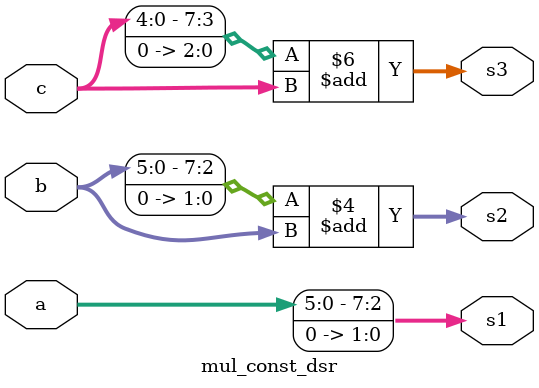
<source format=v>
module mul_const_dsr
#(parameter BW = 8)
(
    input [BW-1:0] a,
    input [BW-1:0] b,
    input [BW-1:0] c,
    output reg [BW-1:0] s1,
    output reg [BW-1:0] s2,
    output reg [BW-1:0] s3
);

always @(*) begin
    s1 = a << 2;
    s2 = (b << 2) + b;
    s3 = (c << 3) + c;
end
endmodule
</source>
